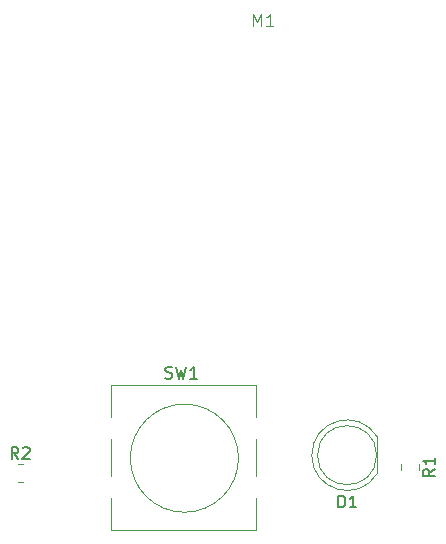
<source format=gbr>
%TF.GenerationSoftware,KiCad,Pcbnew,7.0.9*%
%TF.CreationDate,2024-02-19T15:29:43-08:00*%
%TF.ProjectId,display_rasp,64697370-6c61-4795-9f72-6173702e6b69,rev?*%
%TF.SameCoordinates,Original*%
%TF.FileFunction,Legend,Top*%
%TF.FilePolarity,Positive*%
%FSLAX46Y46*%
G04 Gerber Fmt 4.6, Leading zero omitted, Abs format (unit mm)*
G04 Created by KiCad (PCBNEW 7.0.9) date 2024-02-19 15:29:43*
%MOMM*%
%LPD*%
G01*
G04 APERTURE LIST*
%ADD10C,0.150000*%
%ADD11C,0.100000*%
%ADD12C,0.120000*%
G04 APERTURE END LIST*
D10*
X153742819Y-121562666D02*
X153266628Y-121895999D01*
X153742819Y-122134094D02*
X152742819Y-122134094D01*
X152742819Y-122134094D02*
X152742819Y-121753142D01*
X152742819Y-121753142D02*
X152790438Y-121657904D01*
X152790438Y-121657904D02*
X152838057Y-121610285D01*
X152838057Y-121610285D02*
X152933295Y-121562666D01*
X152933295Y-121562666D02*
X153076152Y-121562666D01*
X153076152Y-121562666D02*
X153171390Y-121610285D01*
X153171390Y-121610285D02*
X153219009Y-121657904D01*
X153219009Y-121657904D02*
X153266628Y-121753142D01*
X153266628Y-121753142D02*
X153266628Y-122134094D01*
X153742819Y-120610285D02*
X153742819Y-121181713D01*
X153742819Y-120895999D02*
X152742819Y-120895999D01*
X152742819Y-120895999D02*
X152885676Y-120991237D01*
X152885676Y-120991237D02*
X152980914Y-121086475D01*
X152980914Y-121086475D02*
X153028533Y-121181713D01*
D11*
X138382476Y-84023419D02*
X138382476Y-83023419D01*
X138382476Y-83023419D02*
X138715809Y-83737704D01*
X138715809Y-83737704D02*
X139049142Y-83023419D01*
X139049142Y-83023419D02*
X139049142Y-84023419D01*
X140049142Y-84023419D02*
X139477714Y-84023419D01*
X139763428Y-84023419D02*
X139763428Y-83023419D01*
X139763428Y-83023419D02*
X139668190Y-83166276D01*
X139668190Y-83166276D02*
X139572952Y-83261514D01*
X139572952Y-83261514D02*
X139477714Y-83309133D01*
D10*
X130930667Y-113857200D02*
X131073524Y-113904819D01*
X131073524Y-113904819D02*
X131311619Y-113904819D01*
X131311619Y-113904819D02*
X131406857Y-113857200D01*
X131406857Y-113857200D02*
X131454476Y-113809580D01*
X131454476Y-113809580D02*
X131502095Y-113714342D01*
X131502095Y-113714342D02*
X131502095Y-113619104D01*
X131502095Y-113619104D02*
X131454476Y-113523866D01*
X131454476Y-113523866D02*
X131406857Y-113476247D01*
X131406857Y-113476247D02*
X131311619Y-113428628D01*
X131311619Y-113428628D02*
X131121143Y-113381009D01*
X131121143Y-113381009D02*
X131025905Y-113333390D01*
X131025905Y-113333390D02*
X130978286Y-113285771D01*
X130978286Y-113285771D02*
X130930667Y-113190533D01*
X130930667Y-113190533D02*
X130930667Y-113095295D01*
X130930667Y-113095295D02*
X130978286Y-113000057D01*
X130978286Y-113000057D02*
X131025905Y-112952438D01*
X131025905Y-112952438D02*
X131121143Y-112904819D01*
X131121143Y-112904819D02*
X131359238Y-112904819D01*
X131359238Y-112904819D02*
X131502095Y-112952438D01*
X131835429Y-112904819D02*
X132073524Y-113904819D01*
X132073524Y-113904819D02*
X132264000Y-113190533D01*
X132264000Y-113190533D02*
X132454476Y-113904819D01*
X132454476Y-113904819D02*
X132692572Y-112904819D01*
X133597333Y-113904819D02*
X133025905Y-113904819D01*
X133311619Y-113904819D02*
X133311619Y-112904819D01*
X133311619Y-112904819D02*
X133216381Y-113047676D01*
X133216381Y-113047676D02*
X133121143Y-113142914D01*
X133121143Y-113142914D02*
X133025905Y-113190533D01*
X145565905Y-124810819D02*
X145565905Y-123810819D01*
X145565905Y-123810819D02*
X145804000Y-123810819D01*
X145804000Y-123810819D02*
X145946857Y-123858438D01*
X145946857Y-123858438D02*
X146042095Y-123953676D01*
X146042095Y-123953676D02*
X146089714Y-124048914D01*
X146089714Y-124048914D02*
X146137333Y-124239390D01*
X146137333Y-124239390D02*
X146137333Y-124382247D01*
X146137333Y-124382247D02*
X146089714Y-124572723D01*
X146089714Y-124572723D02*
X146042095Y-124667961D01*
X146042095Y-124667961D02*
X145946857Y-124763200D01*
X145946857Y-124763200D02*
X145804000Y-124810819D01*
X145804000Y-124810819D02*
X145565905Y-124810819D01*
X147089714Y-124810819D02*
X146518286Y-124810819D01*
X146804000Y-124810819D02*
X146804000Y-123810819D01*
X146804000Y-123810819D02*
X146708762Y-123953676D01*
X146708762Y-123953676D02*
X146613524Y-124048914D01*
X146613524Y-124048914D02*
X146518286Y-124096533D01*
X118467333Y-120724819D02*
X118134000Y-120248628D01*
X117895905Y-120724819D02*
X117895905Y-119724819D01*
X117895905Y-119724819D02*
X118276857Y-119724819D01*
X118276857Y-119724819D02*
X118372095Y-119772438D01*
X118372095Y-119772438D02*
X118419714Y-119820057D01*
X118419714Y-119820057D02*
X118467333Y-119915295D01*
X118467333Y-119915295D02*
X118467333Y-120058152D01*
X118467333Y-120058152D02*
X118419714Y-120153390D01*
X118419714Y-120153390D02*
X118372095Y-120201009D01*
X118372095Y-120201009D02*
X118276857Y-120248628D01*
X118276857Y-120248628D02*
X117895905Y-120248628D01*
X118848286Y-119820057D02*
X118895905Y-119772438D01*
X118895905Y-119772438D02*
X118991143Y-119724819D01*
X118991143Y-119724819D02*
X119229238Y-119724819D01*
X119229238Y-119724819D02*
X119324476Y-119772438D01*
X119324476Y-119772438D02*
X119372095Y-119820057D01*
X119372095Y-119820057D02*
X119419714Y-119915295D01*
X119419714Y-119915295D02*
X119419714Y-120010533D01*
X119419714Y-120010533D02*
X119372095Y-120153390D01*
X119372095Y-120153390D02*
X118800667Y-120724819D01*
X118800667Y-120724819D02*
X119419714Y-120724819D01*
D12*
%TO.C,R1*%
X152373000Y-121168936D02*
X152373000Y-121623064D01*
X150903000Y-121168936D02*
X150903000Y-121623064D01*
%TO.C,SW1*%
X126284000Y-114460000D02*
X138584000Y-114460000D01*
X126284000Y-117180000D02*
X126284000Y-114460000D01*
X126284000Y-122180000D02*
X126284000Y-119040000D01*
X126284000Y-126760000D02*
X126284000Y-124040000D01*
X138584000Y-114460000D02*
X138584000Y-117180000D01*
X138584000Y-119040000D02*
X138584000Y-122180000D01*
X138584000Y-124040000D02*
X138584000Y-126760000D01*
X138584000Y-126760000D02*
X126284000Y-126760000D01*
X137113050Y-120650000D02*
G75*
G03*
X137113050Y-120650000I-4579050J0D01*
G01*
%TO.C,D1*%
X148864000Y-121941000D02*
X148864000Y-118851000D01*
X143314001Y-120395538D02*
G75*
G03*
X148863999Y-121940830I2989999J-462D01*
G01*
X148864000Y-118851170D02*
G75*
G03*
X143314000Y-120396462I-2560000J-1544830D01*
G01*
X148804000Y-120396000D02*
G75*
G03*
X148804000Y-120396000I-2500000J0D01*
G01*
%TO.C,R2*%
X118406936Y-121185000D02*
X118861064Y-121185000D01*
X118406936Y-122655000D02*
X118861064Y-122655000D01*
%TD*%
M02*

</source>
